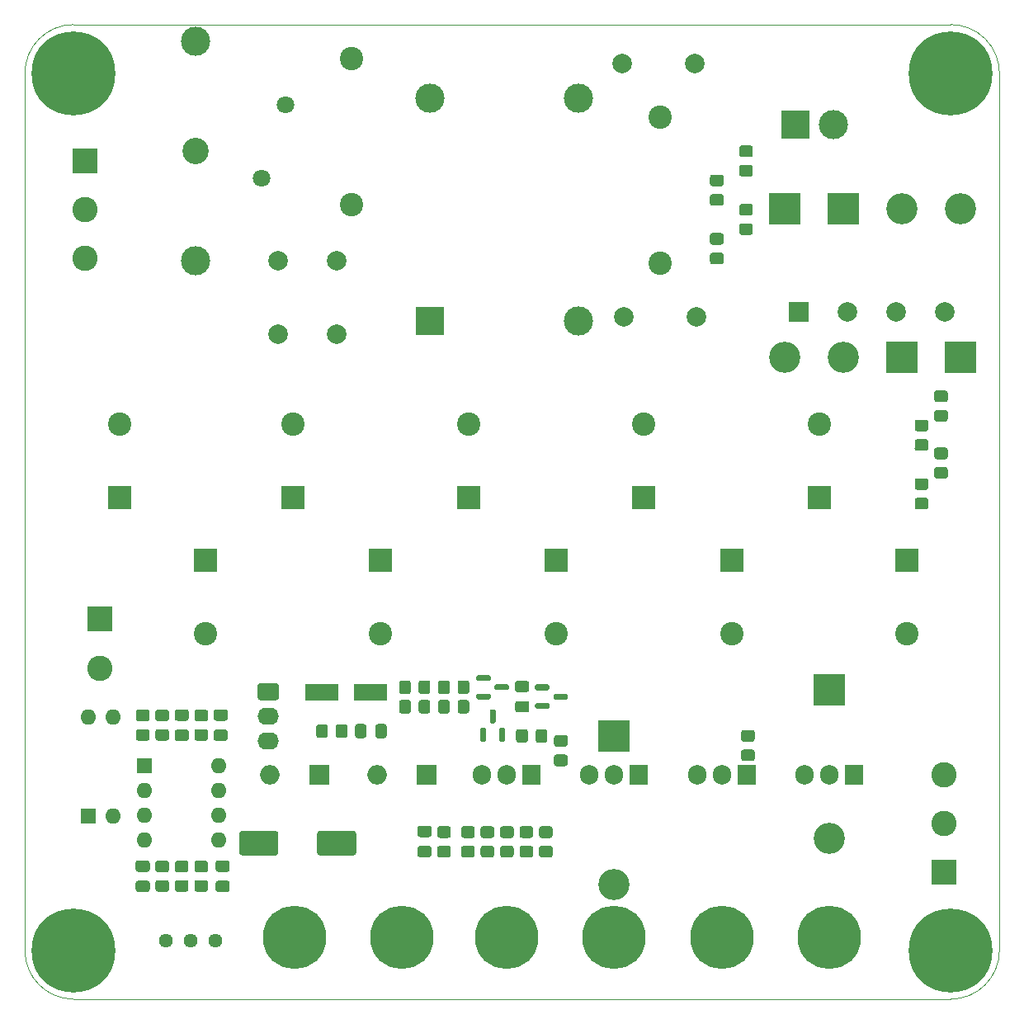
<source format=gbr>
G04 #@! TF.GenerationSoftware,KiCad,Pcbnew,6.0.10+dfsg-1~bpo11+1*
G04 #@! TF.ProjectId,project,70726f6a-6563-4742-9e6b-696361645f70,1.0.p1*
G04 #@! TF.SameCoordinates,Original*
G04 #@! TF.FileFunction,Soldermask,Top*
G04 #@! TF.FilePolarity,Negative*
%FSLAX46Y46*%
G04 Gerber Fmt 4.6, Leading zero omitted, Abs format (unit mm)*
%MOMM*%
%LPD*%
G01*
G04 APERTURE LIST*
G04 #@! TA.AperFunction,Profile*
%ADD10C,0.100000*%
G04 #@! TD*
%ADD11R,2.400000X2.400000*%
%ADD12C,2.400000*%
%ADD13C,0.900000*%
%ADD14C,8.600000*%
%ADD15C,2.000000*%
%ADD16R,3.200000X3.200000*%
%ADD17O,3.200000X3.200000*%
%ADD18R,3.000000X3.000000*%
%ADD19C,3.000000*%
%ADD20R,2.600000X2.600000*%
%ADD21C,2.600000*%
%ADD22R,2.000000X2.000000*%
%ADD23C,2.700000*%
%ADD24R,1.600000X1.600000*%
%ADD25O,1.600000X1.600000*%
%ADD26C,1.440000*%
%ADD27O,2.190000X1.740000*%
%ADD28R,3.500000X1.800000*%
%ADD29C,1.800000*%
%ADD30C,6.500000*%
%ADD31R,1.905000X2.000000*%
%ADD32O,1.905000X2.000000*%
%ADD33O,2.000000X2.000000*%
G04 APERTURE END LIST*
D10*
X80000000Y-55000000D02*
X170000000Y-55000000D01*
X175000000Y-60000000D02*
X175000000Y-150000000D01*
X170000000Y-155000000D02*
G75*
G03*
X175000000Y-150000000I0J5000000D01*
G01*
X170000000Y-155000000D02*
X80000000Y-155000000D01*
X75000000Y-150000000D02*
G75*
G03*
X80000000Y-155000000I5000000J0D01*
G01*
X80000000Y-55000000D02*
G75*
G03*
X75000000Y-60000000I0J-5000000D01*
G01*
X175000000Y-60000000D02*
G75*
G03*
X170000000Y-55000000I-5000000J0D01*
G01*
X75000000Y-150000000D02*
X75000000Y-60000000D01*
D11*
X111512754Y-110000000D03*
D12*
X111512754Y-117500000D03*
G36*
G01*
X120010000Y-137265000D02*
X120910000Y-137265000D01*
G75*
G02*
X121160000Y-137515000I0J-250000D01*
G01*
X121160000Y-138215000D01*
G75*
G02*
X120910000Y-138465000I-250000J0D01*
G01*
X120010000Y-138465000D01*
G75*
G02*
X119760000Y-138215000I0J250000D01*
G01*
X119760000Y-137515000D01*
G75*
G02*
X120010000Y-137265000I250000J0D01*
G01*
G37*
G36*
G01*
X120010000Y-139265000D02*
X120910000Y-139265000D01*
G75*
G02*
X121160000Y-139515000I0J-250000D01*
G01*
X121160000Y-140215000D01*
G75*
G02*
X120910000Y-140465000I-250000J0D01*
G01*
X120010000Y-140465000D01*
G75*
G02*
X119760000Y-140215000I0J250000D01*
G01*
X119760000Y-139515000D01*
G75*
G02*
X120010000Y-139265000I250000J0D01*
G01*
G37*
G36*
G01*
X127350000Y-123162500D02*
X127350000Y-122862500D01*
G75*
G02*
X127500000Y-122712500I150000J0D01*
G01*
X128675000Y-122712500D01*
G75*
G02*
X128825000Y-122862500I0J-150000D01*
G01*
X128825000Y-123162500D01*
G75*
G02*
X128675000Y-123312500I-150000J0D01*
G01*
X127500000Y-123312500D01*
G75*
G02*
X127350000Y-123162500I0J150000D01*
G01*
G37*
G36*
G01*
X127350000Y-125062500D02*
X127350000Y-124762500D01*
G75*
G02*
X127500000Y-124612500I150000J0D01*
G01*
X128675000Y-124612500D01*
G75*
G02*
X128825000Y-124762500I0J-150000D01*
G01*
X128825000Y-125062500D01*
G75*
G02*
X128675000Y-125212500I-150000J0D01*
G01*
X127500000Y-125212500D01*
G75*
G02*
X127350000Y-125062500I0J150000D01*
G01*
G37*
G36*
G01*
X129225000Y-124112500D02*
X129225000Y-123812500D01*
G75*
G02*
X129375000Y-123662500I150000J0D01*
G01*
X130550000Y-123662500D01*
G75*
G02*
X130700000Y-123812500I0J-150000D01*
G01*
X130700000Y-124112500D01*
G75*
G02*
X130550000Y-124262500I-150000J0D01*
G01*
X129375000Y-124262500D01*
G75*
G02*
X129225000Y-124112500I0J150000D01*
G01*
G37*
D13*
X82280419Y-152280419D03*
X80000000Y-146775000D03*
D14*
X80000000Y-150000000D03*
D13*
X83225000Y-150000000D03*
X76775000Y-150000000D03*
X77719581Y-147719581D03*
X77719581Y-152280419D03*
X82280419Y-147719581D03*
X80000000Y-153225000D03*
G36*
G01*
X167450000Y-98750000D02*
X166550000Y-98750000D01*
G75*
G02*
X166300000Y-98500000I0J250000D01*
G01*
X166300000Y-97800000D01*
G75*
G02*
X166550000Y-97550000I250000J0D01*
G01*
X167450000Y-97550000D01*
G75*
G02*
X167700000Y-97800000I0J-250000D01*
G01*
X167700000Y-98500000D01*
G75*
G02*
X167450000Y-98750000I-250000J0D01*
G01*
G37*
G36*
G01*
X167450000Y-96750000D02*
X166550000Y-96750000D01*
G75*
G02*
X166300000Y-96500000I0J250000D01*
G01*
X166300000Y-95800000D01*
G75*
G02*
X166550000Y-95550000I250000J0D01*
G01*
X167450000Y-95550000D01*
G75*
G02*
X167700000Y-95800000I0J-250000D01*
G01*
X167700000Y-96500000D01*
G75*
G02*
X167450000Y-96750000I-250000J0D01*
G01*
G37*
G36*
G01*
X109000000Y-138000000D02*
X109000000Y-140000000D01*
G75*
G02*
X108750000Y-140250000I-250000J0D01*
G01*
X105250000Y-140250000D01*
G75*
G02*
X105000000Y-140000000I0J250000D01*
G01*
X105000000Y-138000000D01*
G75*
G02*
X105250000Y-137750000I250000J0D01*
G01*
X108750000Y-137750000D01*
G75*
G02*
X109000000Y-138000000I0J-250000D01*
G01*
G37*
G36*
G01*
X101000000Y-138000000D02*
X101000000Y-140000000D01*
G75*
G02*
X100750000Y-140250000I-250000J0D01*
G01*
X97250000Y-140250000D01*
G75*
G02*
X97000000Y-140000000I0J250000D01*
G01*
X97000000Y-138000000D01*
G75*
G02*
X97250000Y-137750000I250000J0D01*
G01*
X100750000Y-137750000D01*
G75*
G02*
X101000000Y-138000000I0J-250000D01*
G01*
G37*
D11*
X120512754Y-103500000D03*
D12*
X120512754Y-96000000D03*
D15*
X136250000Y-59000000D03*
X143750000Y-59000000D03*
G36*
G01*
X126010000Y-137265000D02*
X126910000Y-137265000D01*
G75*
G02*
X127160000Y-137515000I0J-250000D01*
G01*
X127160000Y-138215000D01*
G75*
G02*
X126910000Y-138465000I-250000J0D01*
G01*
X126010000Y-138465000D01*
G75*
G02*
X125760000Y-138215000I0J250000D01*
G01*
X125760000Y-137515000D01*
G75*
G02*
X126010000Y-137265000I250000J0D01*
G01*
G37*
G36*
G01*
X126010000Y-139265000D02*
X126910000Y-139265000D01*
G75*
G02*
X127160000Y-139515000I0J-250000D01*
G01*
X127160000Y-140215000D01*
G75*
G02*
X126910000Y-140465000I-250000J0D01*
G01*
X126010000Y-140465000D01*
G75*
G02*
X125760000Y-140215000I0J250000D01*
G01*
X125760000Y-139515000D01*
G75*
G02*
X126010000Y-139265000I250000J0D01*
G01*
G37*
G36*
G01*
X108100000Y-127050000D02*
X108100000Y-127950000D01*
G75*
G02*
X107850000Y-128200000I-250000J0D01*
G01*
X107150000Y-128200000D01*
G75*
G02*
X106900000Y-127950000I0J250000D01*
G01*
X106900000Y-127050000D01*
G75*
G02*
X107150000Y-126800000I250000J0D01*
G01*
X107850000Y-126800000D01*
G75*
G02*
X108100000Y-127050000I0J-250000D01*
G01*
G37*
G36*
G01*
X106100000Y-127050000D02*
X106100000Y-127950000D01*
G75*
G02*
X105850000Y-128200000I-250000J0D01*
G01*
X105150000Y-128200000D01*
G75*
G02*
X104900000Y-127950000I0J250000D01*
G01*
X104900000Y-127050000D01*
G75*
G02*
X105150000Y-126800000I250000J0D01*
G01*
X105850000Y-126800000D01*
G75*
G02*
X106100000Y-127050000I0J-250000D01*
G01*
G37*
D16*
X153000000Y-73868629D03*
D17*
X153000000Y-89108629D03*
G36*
G01*
X125400000Y-128450000D02*
X125400000Y-127550000D01*
G75*
G02*
X125650000Y-127300000I250000J0D01*
G01*
X126350000Y-127300000D01*
G75*
G02*
X126600000Y-127550000I0J-250000D01*
G01*
X126600000Y-128450000D01*
G75*
G02*
X126350000Y-128700000I-250000J0D01*
G01*
X125650000Y-128700000D01*
G75*
G02*
X125400000Y-128450000I0J250000D01*
G01*
G37*
G36*
G01*
X127400000Y-128450000D02*
X127400000Y-127550000D01*
G75*
G02*
X127650000Y-127300000I250000J0D01*
G01*
X128350000Y-127300000D01*
G75*
G02*
X128600000Y-127550000I0J-250000D01*
G01*
X128600000Y-128450000D01*
G75*
G02*
X128350000Y-128700000I-250000J0D01*
G01*
X127650000Y-128700000D01*
G75*
G02*
X127400000Y-128450000I0J250000D01*
G01*
G37*
G36*
G01*
X126500000Y-125587500D02*
X125550000Y-125587500D01*
G75*
G02*
X125300000Y-125337500I0J250000D01*
G01*
X125300000Y-124662500D01*
G75*
G02*
X125550000Y-124412500I250000J0D01*
G01*
X126500000Y-124412500D01*
G75*
G02*
X126750000Y-124662500I0J-250000D01*
G01*
X126750000Y-125337500D01*
G75*
G02*
X126500000Y-125587500I-250000J0D01*
G01*
G37*
G36*
G01*
X126500000Y-123512500D02*
X125550000Y-123512500D01*
G75*
G02*
X125300000Y-123262500I0J250000D01*
G01*
X125300000Y-122587500D01*
G75*
G02*
X125550000Y-122337500I250000J0D01*
G01*
X126500000Y-122337500D01*
G75*
G02*
X126750000Y-122587500I0J-250000D01*
G01*
X126750000Y-123262500D01*
G75*
G02*
X126500000Y-123512500I-250000J0D01*
G01*
G37*
G36*
G01*
X121325000Y-122200000D02*
X121325000Y-121900000D01*
G75*
G02*
X121475000Y-121750000I150000J0D01*
G01*
X122650000Y-121750000D01*
G75*
G02*
X122800000Y-121900000I0J-150000D01*
G01*
X122800000Y-122200000D01*
G75*
G02*
X122650000Y-122350000I-150000J0D01*
G01*
X121475000Y-122350000D01*
G75*
G02*
X121325000Y-122200000I0J150000D01*
G01*
G37*
G36*
G01*
X121325000Y-124100000D02*
X121325000Y-123800000D01*
G75*
G02*
X121475000Y-123650000I150000J0D01*
G01*
X122650000Y-123650000D01*
G75*
G02*
X122800000Y-123800000I0J-150000D01*
G01*
X122800000Y-124100000D01*
G75*
G02*
X122650000Y-124250000I-150000J0D01*
G01*
X121475000Y-124250000D01*
G75*
G02*
X121325000Y-124100000I0J150000D01*
G01*
G37*
G36*
G01*
X123200000Y-123150000D02*
X123200000Y-122850000D01*
G75*
G02*
X123350000Y-122700000I150000J0D01*
G01*
X124525000Y-122700000D01*
G75*
G02*
X124675000Y-122850000I0J-150000D01*
G01*
X124675000Y-123150000D01*
G75*
G02*
X124525000Y-123300000I-150000J0D01*
G01*
X123350000Y-123300000D01*
G75*
G02*
X123200000Y-123150000I0J150000D01*
G01*
G37*
D18*
X154092500Y-65250000D03*
D19*
X157972500Y-65250000D03*
D20*
X82695000Y-115955000D03*
D21*
X82695000Y-121035000D03*
D18*
X116581250Y-85430000D03*
D19*
X116581250Y-62570000D03*
X131821250Y-85430000D03*
X131821250Y-62570000D03*
D11*
X129512754Y-110000000D03*
D12*
X129512754Y-117500000D03*
D22*
X154392500Y-84488629D03*
D15*
X159392500Y-84488629D03*
X164392500Y-84488629D03*
X169392500Y-84488629D03*
G36*
G01*
X168550000Y-98400000D02*
X169450000Y-98400000D01*
G75*
G02*
X169700000Y-98650000I0J-250000D01*
G01*
X169700000Y-99350000D01*
G75*
G02*
X169450000Y-99600000I-250000J0D01*
G01*
X168550000Y-99600000D01*
G75*
G02*
X168300000Y-99350000I0J250000D01*
G01*
X168300000Y-98650000D01*
G75*
G02*
X168550000Y-98400000I250000J0D01*
G01*
G37*
G36*
G01*
X168550000Y-100400000D02*
X169450000Y-100400000D01*
G75*
G02*
X169700000Y-100650000I0J-250000D01*
G01*
X169700000Y-101350000D01*
G75*
G02*
X169450000Y-101600000I-250000J0D01*
G01*
X168550000Y-101600000D01*
G75*
G02*
X168300000Y-101350000I0J250000D01*
G01*
X168300000Y-100650000D01*
G75*
G02*
X168550000Y-100400000I250000J0D01*
G01*
G37*
D11*
X102512754Y-103500000D03*
D12*
X102512754Y-96000000D03*
G36*
G01*
X116475000Y-140452500D02*
X115525000Y-140452500D01*
G75*
G02*
X115275000Y-140202500I0J250000D01*
G01*
X115275000Y-139527500D01*
G75*
G02*
X115525000Y-139277500I250000J0D01*
G01*
X116475000Y-139277500D01*
G75*
G02*
X116725000Y-139527500I0J-250000D01*
G01*
X116725000Y-140202500D01*
G75*
G02*
X116475000Y-140452500I-250000J0D01*
G01*
G37*
G36*
G01*
X116475000Y-138377500D02*
X115525000Y-138377500D01*
G75*
G02*
X115275000Y-138127500I0J250000D01*
G01*
X115275000Y-137452500D01*
G75*
G02*
X115525000Y-137202500I250000J0D01*
G01*
X116475000Y-137202500D01*
G75*
G02*
X116725000Y-137452500I0J-250000D01*
G01*
X116725000Y-138127500D01*
G75*
G02*
X116475000Y-138377500I-250000J0D01*
G01*
G37*
D23*
X92501250Y-68000000D03*
D19*
X92501250Y-79250000D03*
X92501250Y-56750000D03*
G36*
G01*
X116600000Y-122550000D02*
X116600000Y-123450000D01*
G75*
G02*
X116350000Y-123700000I-250000J0D01*
G01*
X115650000Y-123700000D01*
G75*
G02*
X115400000Y-123450000I0J250000D01*
G01*
X115400000Y-122550000D01*
G75*
G02*
X115650000Y-122300000I250000J0D01*
G01*
X116350000Y-122300000D01*
G75*
G02*
X116600000Y-122550000I0J-250000D01*
G01*
G37*
G36*
G01*
X114600000Y-122550000D02*
X114600000Y-123450000D01*
G75*
G02*
X114350000Y-123700000I-250000J0D01*
G01*
X113650000Y-123700000D01*
G75*
G02*
X113400000Y-123450000I0J250000D01*
G01*
X113400000Y-122550000D01*
G75*
G02*
X113650000Y-122300000I250000J0D01*
G01*
X114350000Y-122300000D01*
G75*
G02*
X114600000Y-122550000I0J-250000D01*
G01*
G37*
D16*
X135460000Y-128015000D03*
D17*
X135460000Y-143255000D03*
G36*
G01*
X90615000Y-125265000D02*
X91565000Y-125265000D01*
G75*
G02*
X91815000Y-125515000I0J-250000D01*
G01*
X91815000Y-126190000D01*
G75*
G02*
X91565000Y-126440000I-250000J0D01*
G01*
X90615000Y-126440000D01*
G75*
G02*
X90365000Y-126190000I0J250000D01*
G01*
X90365000Y-125515000D01*
G75*
G02*
X90615000Y-125265000I250000J0D01*
G01*
G37*
G36*
G01*
X90615000Y-127340000D02*
X91565000Y-127340000D01*
G75*
G02*
X91815000Y-127590000I0J-250000D01*
G01*
X91815000Y-128265000D01*
G75*
G02*
X91565000Y-128515000I-250000J0D01*
G01*
X90615000Y-128515000D01*
G75*
G02*
X90365000Y-128265000I0J250000D01*
G01*
X90365000Y-127590000D01*
G75*
G02*
X90615000Y-127340000I250000J0D01*
G01*
G37*
G36*
G01*
X167450000Y-104750000D02*
X166550000Y-104750000D01*
G75*
G02*
X166300000Y-104500000I0J250000D01*
G01*
X166300000Y-103800000D01*
G75*
G02*
X166550000Y-103550000I250000J0D01*
G01*
X167450000Y-103550000D01*
G75*
G02*
X167700000Y-103800000I0J-250000D01*
G01*
X167700000Y-104500000D01*
G75*
G02*
X167450000Y-104750000I-250000J0D01*
G01*
G37*
G36*
G01*
X167450000Y-102750000D02*
X166550000Y-102750000D01*
G75*
G02*
X166300000Y-102500000I0J250000D01*
G01*
X166300000Y-101800000D01*
G75*
G02*
X166550000Y-101550000I250000J0D01*
G01*
X167450000Y-101550000D01*
G75*
G02*
X167700000Y-101800000I0J-250000D01*
G01*
X167700000Y-102500000D01*
G75*
G02*
X167450000Y-102750000I-250000J0D01*
G01*
G37*
G36*
G01*
X92640000Y-125290000D02*
X93540000Y-125290000D01*
G75*
G02*
X93790000Y-125540000I0J-250000D01*
G01*
X93790000Y-126240000D01*
G75*
G02*
X93540000Y-126490000I-250000J0D01*
G01*
X92640000Y-126490000D01*
G75*
G02*
X92390000Y-126240000I0J250000D01*
G01*
X92390000Y-125540000D01*
G75*
G02*
X92640000Y-125290000I250000J0D01*
G01*
G37*
G36*
G01*
X92640000Y-127290000D02*
X93540000Y-127290000D01*
G75*
G02*
X93790000Y-127540000I0J-250000D01*
G01*
X93790000Y-128240000D01*
G75*
G02*
X93540000Y-128490000I-250000J0D01*
G01*
X92640000Y-128490000D01*
G75*
G02*
X92390000Y-128240000I0J250000D01*
G01*
X92390000Y-127540000D01*
G75*
G02*
X92640000Y-127290000I250000J0D01*
G01*
G37*
D24*
X87290000Y-131090000D03*
D25*
X87290000Y-133630000D03*
X87290000Y-136170000D03*
X87290000Y-138710000D03*
X94910000Y-138710000D03*
X94910000Y-136170000D03*
X94910000Y-133630000D03*
X94910000Y-131090000D03*
G36*
G01*
X86615000Y-140765000D02*
X87565000Y-140765000D01*
G75*
G02*
X87815000Y-141015000I0J-250000D01*
G01*
X87815000Y-141690000D01*
G75*
G02*
X87565000Y-141940000I-250000J0D01*
G01*
X86615000Y-141940000D01*
G75*
G02*
X86365000Y-141690000I0J250000D01*
G01*
X86365000Y-141015000D01*
G75*
G02*
X86615000Y-140765000I250000J0D01*
G01*
G37*
G36*
G01*
X86615000Y-142840000D02*
X87565000Y-142840000D01*
G75*
G02*
X87815000Y-143090000I0J-250000D01*
G01*
X87815000Y-143765000D01*
G75*
G02*
X87565000Y-144015000I-250000J0D01*
G01*
X86615000Y-144015000D01*
G75*
G02*
X86365000Y-143765000I0J250000D01*
G01*
X86365000Y-143090000D01*
G75*
G02*
X86615000Y-142840000I250000J0D01*
G01*
G37*
D26*
X94540000Y-149000000D03*
X92000000Y-149000000D03*
X89460000Y-149000000D03*
D16*
X165000000Y-89108629D03*
D17*
X165000000Y-73868629D03*
D11*
X147512754Y-110000000D03*
D12*
X147512754Y-117500000D03*
D11*
X165512754Y-110000000D03*
D12*
X165512754Y-117500000D03*
G36*
G01*
X168550000Y-92550000D02*
X169450000Y-92550000D01*
G75*
G02*
X169700000Y-92800000I0J-250000D01*
G01*
X169700000Y-93500000D01*
G75*
G02*
X169450000Y-93750000I-250000J0D01*
G01*
X168550000Y-93750000D01*
G75*
G02*
X168300000Y-93500000I0J250000D01*
G01*
X168300000Y-92800000D01*
G75*
G02*
X168550000Y-92550000I250000J0D01*
G01*
G37*
G36*
G01*
X168550000Y-94550000D02*
X169450000Y-94550000D01*
G75*
G02*
X169700000Y-94800000I0J-250000D01*
G01*
X169700000Y-95500000D01*
G75*
G02*
X169450000Y-95750000I-250000J0D01*
G01*
X168550000Y-95750000D01*
G75*
G02*
X168300000Y-95500000I0J250000D01*
G01*
X168300000Y-94800000D01*
G75*
G02*
X168550000Y-94550000I250000J0D01*
G01*
G37*
G36*
G01*
X95565000Y-128515000D02*
X94615000Y-128515000D01*
G75*
G02*
X94365000Y-128265000I0J250000D01*
G01*
X94365000Y-127590000D01*
G75*
G02*
X94615000Y-127340000I250000J0D01*
G01*
X95565000Y-127340000D01*
G75*
G02*
X95815000Y-127590000I0J-250000D01*
G01*
X95815000Y-128265000D01*
G75*
G02*
X95565000Y-128515000I-250000J0D01*
G01*
G37*
G36*
G01*
X95565000Y-126440000D02*
X94615000Y-126440000D01*
G75*
G02*
X94365000Y-126190000I0J250000D01*
G01*
X94365000Y-125515000D01*
G75*
G02*
X94615000Y-125265000I250000J0D01*
G01*
X95565000Y-125265000D01*
G75*
G02*
X95815000Y-125515000I0J-250000D01*
G01*
X95815000Y-126190000D01*
G75*
G02*
X95565000Y-126440000I-250000J0D01*
G01*
G37*
G36*
G01*
X122200000Y-128612500D02*
X121900000Y-128612500D01*
G75*
G02*
X121750000Y-128462500I0J150000D01*
G01*
X121750000Y-127287500D01*
G75*
G02*
X121900000Y-127137500I150000J0D01*
G01*
X122200000Y-127137500D01*
G75*
G02*
X122350000Y-127287500I0J-150000D01*
G01*
X122350000Y-128462500D01*
G75*
G02*
X122200000Y-128612500I-150000J0D01*
G01*
G37*
G36*
G01*
X124100000Y-128612500D02*
X123800000Y-128612500D01*
G75*
G02*
X123650000Y-128462500I0J150000D01*
G01*
X123650000Y-127287500D01*
G75*
G02*
X123800000Y-127137500I150000J0D01*
G01*
X124100000Y-127137500D01*
G75*
G02*
X124250000Y-127287500I0J-150000D01*
G01*
X124250000Y-128462500D01*
G75*
G02*
X124100000Y-128612500I-150000J0D01*
G01*
G37*
G36*
G01*
X123150000Y-126737500D02*
X122850000Y-126737500D01*
G75*
G02*
X122700000Y-126587500I0J150000D01*
G01*
X122700000Y-125412500D01*
G75*
G02*
X122850000Y-125262500I150000J0D01*
G01*
X123150000Y-125262500D01*
G75*
G02*
X123300000Y-125412500I0J-150000D01*
G01*
X123300000Y-126587500D01*
G75*
G02*
X123150000Y-126737500I-150000J0D01*
G01*
G37*
G36*
G01*
X95765000Y-144015000D02*
X94815000Y-144015000D01*
G75*
G02*
X94565000Y-143765000I0J250000D01*
G01*
X94565000Y-143090000D01*
G75*
G02*
X94815000Y-142840000I250000J0D01*
G01*
X95765000Y-142840000D01*
G75*
G02*
X96015000Y-143090000I0J-250000D01*
G01*
X96015000Y-143765000D01*
G75*
G02*
X95765000Y-144015000I-250000J0D01*
G01*
G37*
G36*
G01*
X95765000Y-141940000D02*
X94815000Y-141940000D01*
G75*
G02*
X94565000Y-141690000I0J250000D01*
G01*
X94565000Y-141015000D01*
G75*
G02*
X94815000Y-140765000I250000J0D01*
G01*
X95765000Y-140765000D01*
G75*
G02*
X96015000Y-141015000I0J-250000D01*
G01*
X96015000Y-141690000D01*
G75*
G02*
X95765000Y-141940000I-250000J0D01*
G01*
G37*
G36*
G01*
X145550000Y-76400000D02*
X146450000Y-76400000D01*
G75*
G02*
X146700000Y-76650000I0J-250000D01*
G01*
X146700000Y-77350000D01*
G75*
G02*
X146450000Y-77600000I-250000J0D01*
G01*
X145550000Y-77600000D01*
G75*
G02*
X145300000Y-77350000I0J250000D01*
G01*
X145300000Y-76650000D01*
G75*
G02*
X145550000Y-76400000I250000J0D01*
G01*
G37*
G36*
G01*
X145550000Y-78400000D02*
X146450000Y-78400000D01*
G75*
G02*
X146700000Y-78650000I0J-250000D01*
G01*
X146700000Y-79350000D01*
G75*
G02*
X146450000Y-79600000I-250000J0D01*
G01*
X145550000Y-79600000D01*
G75*
G02*
X145300000Y-79350000I0J250000D01*
G01*
X145300000Y-78650000D01*
G75*
G02*
X145550000Y-78400000I250000J0D01*
G01*
G37*
G36*
G01*
X86640000Y-125290000D02*
X87540000Y-125290000D01*
G75*
G02*
X87790000Y-125540000I0J-250000D01*
G01*
X87790000Y-126240000D01*
G75*
G02*
X87540000Y-126490000I-250000J0D01*
G01*
X86640000Y-126490000D01*
G75*
G02*
X86390000Y-126240000I0J250000D01*
G01*
X86390000Y-125540000D01*
G75*
G02*
X86640000Y-125290000I250000J0D01*
G01*
G37*
G36*
G01*
X86640000Y-127290000D02*
X87540000Y-127290000D01*
G75*
G02*
X87790000Y-127540000I0J-250000D01*
G01*
X87790000Y-128240000D01*
G75*
G02*
X87540000Y-128490000I-250000J0D01*
G01*
X86640000Y-128490000D01*
G75*
G02*
X86390000Y-128240000I0J250000D01*
G01*
X86390000Y-127540000D01*
G75*
G02*
X86640000Y-127290000I250000J0D01*
G01*
G37*
G36*
G01*
X108875000Y-127975000D02*
X108875000Y-127025000D01*
G75*
G02*
X109125000Y-126775000I250000J0D01*
G01*
X109800000Y-126775000D01*
G75*
G02*
X110050000Y-127025000I0J-250000D01*
G01*
X110050000Y-127975000D01*
G75*
G02*
X109800000Y-128225000I-250000J0D01*
G01*
X109125000Y-128225000D01*
G75*
G02*
X108875000Y-127975000I0J250000D01*
G01*
G37*
G36*
G01*
X110950000Y-127975000D02*
X110950000Y-127025000D01*
G75*
G02*
X111200000Y-126775000I250000J0D01*
G01*
X111875000Y-126775000D01*
G75*
G02*
X112125000Y-127025000I0J-250000D01*
G01*
X112125000Y-127975000D01*
G75*
G02*
X111875000Y-128225000I-250000J0D01*
G01*
X111200000Y-128225000D01*
G75*
G02*
X110950000Y-127975000I0J250000D01*
G01*
G37*
G36*
G01*
X116600000Y-124550000D02*
X116600000Y-125450000D01*
G75*
G02*
X116350000Y-125700000I-250000J0D01*
G01*
X115650000Y-125700000D01*
G75*
G02*
X115400000Y-125450000I0J250000D01*
G01*
X115400000Y-124550000D01*
G75*
G02*
X115650000Y-124300000I250000J0D01*
G01*
X116350000Y-124300000D01*
G75*
G02*
X116600000Y-124550000I0J-250000D01*
G01*
G37*
G36*
G01*
X114600000Y-124550000D02*
X114600000Y-125450000D01*
G75*
G02*
X114350000Y-125700000I-250000J0D01*
G01*
X113650000Y-125700000D01*
G75*
G02*
X113400000Y-125450000I0J250000D01*
G01*
X113400000Y-124550000D01*
G75*
G02*
X113650000Y-124300000I250000J0D01*
G01*
X114350000Y-124300000D01*
G75*
G02*
X114600000Y-124550000I0J-250000D01*
G01*
G37*
G36*
G01*
X93540000Y-143990000D02*
X92640000Y-143990000D01*
G75*
G02*
X92390000Y-143740000I0J250000D01*
G01*
X92390000Y-143040000D01*
G75*
G02*
X92640000Y-142790000I250000J0D01*
G01*
X93540000Y-142790000D01*
G75*
G02*
X93790000Y-143040000I0J-250000D01*
G01*
X93790000Y-143740000D01*
G75*
G02*
X93540000Y-143990000I-250000J0D01*
G01*
G37*
G36*
G01*
X93540000Y-141990000D02*
X92640000Y-141990000D01*
G75*
G02*
X92390000Y-141740000I0J250000D01*
G01*
X92390000Y-141040000D01*
G75*
G02*
X92640000Y-140790000I250000J0D01*
G01*
X93540000Y-140790000D01*
G75*
G02*
X93790000Y-141040000I0J-250000D01*
G01*
X93790000Y-141740000D01*
G75*
G02*
X93540000Y-141990000I-250000J0D01*
G01*
G37*
G36*
G01*
X120600000Y-124550000D02*
X120600000Y-125450000D01*
G75*
G02*
X120350000Y-125700000I-250000J0D01*
G01*
X119650000Y-125700000D01*
G75*
G02*
X119400000Y-125450000I0J250000D01*
G01*
X119400000Y-124550000D01*
G75*
G02*
X119650000Y-124300000I250000J0D01*
G01*
X120350000Y-124300000D01*
G75*
G02*
X120600000Y-124550000I0J-250000D01*
G01*
G37*
G36*
G01*
X118600000Y-124550000D02*
X118600000Y-125450000D01*
G75*
G02*
X118350000Y-125700000I-250000J0D01*
G01*
X117650000Y-125700000D01*
G75*
G02*
X117400000Y-125450000I0J250000D01*
G01*
X117400000Y-124550000D01*
G75*
G02*
X117650000Y-124300000I250000J0D01*
G01*
X118350000Y-124300000D01*
G75*
G02*
X118600000Y-124550000I0J-250000D01*
G01*
G37*
G36*
G01*
X99135000Y-122590000D02*
X100825000Y-122590000D01*
G75*
G02*
X101075000Y-122840000I0J-250000D01*
G01*
X101075000Y-124080000D01*
G75*
G02*
X100825000Y-124330000I-250000J0D01*
G01*
X99135000Y-124330000D01*
G75*
G02*
X98885000Y-124080000I0J250000D01*
G01*
X98885000Y-122840000D01*
G75*
G02*
X99135000Y-122590000I250000J0D01*
G01*
G37*
D27*
X99980000Y-126000000D03*
X99980000Y-128540000D03*
G36*
G01*
X145550000Y-70400000D02*
X146450000Y-70400000D01*
G75*
G02*
X146700000Y-70650000I0J-250000D01*
G01*
X146700000Y-71350000D01*
G75*
G02*
X146450000Y-71600000I-250000J0D01*
G01*
X145550000Y-71600000D01*
G75*
G02*
X145300000Y-71350000I0J250000D01*
G01*
X145300000Y-70650000D01*
G75*
G02*
X145550000Y-70400000I250000J0D01*
G01*
G37*
G36*
G01*
X145550000Y-72400000D02*
X146450000Y-72400000D01*
G75*
G02*
X146700000Y-72650000I0J-250000D01*
G01*
X146700000Y-73350000D01*
G75*
G02*
X146450000Y-73600000I-250000J0D01*
G01*
X145550000Y-73600000D01*
G75*
G02*
X145300000Y-73350000I0J250000D01*
G01*
X145300000Y-72650000D01*
G75*
G02*
X145550000Y-72400000I250000J0D01*
G01*
G37*
D28*
X110500000Y-123500000D03*
X105500000Y-123500000D03*
G36*
G01*
X122010000Y-137265000D02*
X122910000Y-137265000D01*
G75*
G02*
X123160000Y-137515000I0J-250000D01*
G01*
X123160000Y-138215000D01*
G75*
G02*
X122910000Y-138465000I-250000J0D01*
G01*
X122010000Y-138465000D01*
G75*
G02*
X121760000Y-138215000I0J250000D01*
G01*
X121760000Y-137515000D01*
G75*
G02*
X122010000Y-137265000I250000J0D01*
G01*
G37*
G36*
G01*
X122010000Y-139265000D02*
X122910000Y-139265000D01*
G75*
G02*
X123160000Y-139515000I0J-250000D01*
G01*
X123160000Y-140215000D01*
G75*
G02*
X122910000Y-140465000I-250000J0D01*
G01*
X122010000Y-140465000D01*
G75*
G02*
X121760000Y-140215000I0J250000D01*
G01*
X121760000Y-139515000D01*
G75*
G02*
X122010000Y-139265000I250000J0D01*
G01*
G37*
D11*
X156512754Y-103500000D03*
D12*
X156512754Y-96000000D03*
G36*
G01*
X117550000Y-137265000D02*
X118450000Y-137265000D01*
G75*
G02*
X118700000Y-137515000I0J-250000D01*
G01*
X118700000Y-138215000D01*
G75*
G02*
X118450000Y-138465000I-250000J0D01*
G01*
X117550000Y-138465000D01*
G75*
G02*
X117300000Y-138215000I0J250000D01*
G01*
X117300000Y-137515000D01*
G75*
G02*
X117550000Y-137265000I250000J0D01*
G01*
G37*
G36*
G01*
X117550000Y-139265000D02*
X118450000Y-139265000D01*
G75*
G02*
X118700000Y-139515000I0J-250000D01*
G01*
X118700000Y-140215000D01*
G75*
G02*
X118450000Y-140465000I-250000J0D01*
G01*
X117550000Y-140465000D01*
G75*
G02*
X117300000Y-140215000I0J250000D01*
G01*
X117300000Y-139515000D01*
G75*
G02*
X117550000Y-139265000I250000J0D01*
G01*
G37*
G36*
G01*
X89540000Y-128490000D02*
X88640000Y-128490000D01*
G75*
G02*
X88390000Y-128240000I0J250000D01*
G01*
X88390000Y-127540000D01*
G75*
G02*
X88640000Y-127290000I250000J0D01*
G01*
X89540000Y-127290000D01*
G75*
G02*
X89790000Y-127540000I0J-250000D01*
G01*
X89790000Y-128240000D01*
G75*
G02*
X89540000Y-128490000I-250000J0D01*
G01*
G37*
G36*
G01*
X89540000Y-126490000D02*
X88640000Y-126490000D01*
G75*
G02*
X88390000Y-126240000I0J250000D01*
G01*
X88390000Y-125540000D01*
G75*
G02*
X88640000Y-125290000I250000J0D01*
G01*
X89540000Y-125290000D01*
G75*
G02*
X89790000Y-125540000I0J-250000D01*
G01*
X89790000Y-126240000D01*
G75*
G02*
X89540000Y-126490000I-250000J0D01*
G01*
G37*
G36*
G01*
X124010000Y-137265000D02*
X124910000Y-137265000D01*
G75*
G02*
X125160000Y-137515000I0J-250000D01*
G01*
X125160000Y-138215000D01*
G75*
G02*
X124910000Y-138465000I-250000J0D01*
G01*
X124010000Y-138465000D01*
G75*
G02*
X123760000Y-138215000I0J250000D01*
G01*
X123760000Y-137515000D01*
G75*
G02*
X124010000Y-137265000I250000J0D01*
G01*
G37*
G36*
G01*
X124010000Y-139265000D02*
X124910000Y-139265000D01*
G75*
G02*
X125160000Y-139515000I0J-250000D01*
G01*
X125160000Y-140215000D01*
G75*
G02*
X124910000Y-140465000I-250000J0D01*
G01*
X124010000Y-140465000D01*
G75*
G02*
X123760000Y-140215000I0J250000D01*
G01*
X123760000Y-139515000D01*
G75*
G02*
X124010000Y-139265000I250000J0D01*
G01*
G37*
D15*
X101000000Y-86750000D03*
X101000000Y-79250000D03*
X107000000Y-86750000D03*
X107000000Y-79250000D03*
D11*
X138512754Y-103500000D03*
D12*
X138512754Y-96000000D03*
X140196250Y-64500000D03*
X140196250Y-79500000D03*
G36*
G01*
X128010000Y-137265000D02*
X128910000Y-137265000D01*
G75*
G02*
X129160000Y-137515000I0J-250000D01*
G01*
X129160000Y-138215000D01*
G75*
G02*
X128910000Y-138465000I-250000J0D01*
G01*
X128010000Y-138465000D01*
G75*
G02*
X127760000Y-138215000I0J250000D01*
G01*
X127760000Y-137515000D01*
G75*
G02*
X128010000Y-137265000I250000J0D01*
G01*
G37*
G36*
G01*
X128010000Y-139265000D02*
X128910000Y-139265000D01*
G75*
G02*
X129160000Y-139515000I0J-250000D01*
G01*
X129160000Y-140215000D01*
G75*
G02*
X128910000Y-140465000I-250000J0D01*
G01*
X128010000Y-140465000D01*
G75*
G02*
X127760000Y-140215000I0J250000D01*
G01*
X127760000Y-139515000D01*
G75*
G02*
X128010000Y-139265000I250000J0D01*
G01*
G37*
D16*
X159000000Y-73868629D03*
D17*
X159000000Y-89108629D03*
D20*
X169305000Y-142000000D03*
D21*
X169305000Y-137000000D03*
X169305000Y-132000000D03*
D20*
X81196250Y-69000000D03*
D21*
X81196250Y-74000000D03*
X81196250Y-79000000D03*
D15*
X136446250Y-85000000D03*
X143946250Y-85000000D03*
D24*
X81515000Y-136190000D03*
D25*
X84055000Y-136190000D03*
X84055000Y-126030000D03*
X81515000Y-126030000D03*
D11*
X93512754Y-110000000D03*
D12*
X93512754Y-117500000D03*
D16*
X171000000Y-89108629D03*
D17*
X171000000Y-73868629D03*
D13*
X170000000Y-63225000D03*
X172280419Y-62280419D03*
X173225000Y-60000000D03*
X167719581Y-57719581D03*
D14*
X170000000Y-60000000D03*
D13*
X172280419Y-57719581D03*
X167719581Y-62280419D03*
X166775000Y-60000000D03*
X170000000Y-56775000D03*
D16*
X157500000Y-123260000D03*
D17*
X157500000Y-138500000D03*
G36*
G01*
X130450000Y-131100000D02*
X129550000Y-131100000D01*
G75*
G02*
X129300000Y-130850000I0J250000D01*
G01*
X129300000Y-130150000D01*
G75*
G02*
X129550000Y-129900000I250000J0D01*
G01*
X130450000Y-129900000D01*
G75*
G02*
X130700000Y-130150000I0J-250000D01*
G01*
X130700000Y-130850000D01*
G75*
G02*
X130450000Y-131100000I-250000J0D01*
G01*
G37*
G36*
G01*
X130450000Y-129100000D02*
X129550000Y-129100000D01*
G75*
G02*
X129300000Y-128850000I0J250000D01*
G01*
X129300000Y-128150000D01*
G75*
G02*
X129550000Y-127900000I250000J0D01*
G01*
X130450000Y-127900000D01*
G75*
G02*
X130700000Y-128150000I0J-250000D01*
G01*
X130700000Y-128850000D01*
G75*
G02*
X130450000Y-129100000I-250000J0D01*
G01*
G37*
D13*
X166775000Y-150000000D03*
X173225000Y-150000000D03*
X167719581Y-152280419D03*
D14*
X170000000Y-150000000D03*
D13*
X167719581Y-147719581D03*
X172280419Y-152280419D03*
X170000000Y-153225000D03*
X170000000Y-146775000D03*
X172280419Y-147719581D03*
G36*
G01*
X149640000Y-130585000D02*
X148740000Y-130585000D01*
G75*
G02*
X148490000Y-130335000I0J250000D01*
G01*
X148490000Y-129635000D01*
G75*
G02*
X148740000Y-129385000I250000J0D01*
G01*
X149640000Y-129385000D01*
G75*
G02*
X149890000Y-129635000I0J-250000D01*
G01*
X149890000Y-130335000D01*
G75*
G02*
X149640000Y-130585000I-250000J0D01*
G01*
G37*
G36*
G01*
X149640000Y-128585000D02*
X148740000Y-128585000D01*
G75*
G02*
X148490000Y-128335000I0J250000D01*
G01*
X148490000Y-127635000D01*
G75*
G02*
X148740000Y-127385000I250000J0D01*
G01*
X149640000Y-127385000D01*
G75*
G02*
X149890000Y-127635000I0J-250000D01*
G01*
X149890000Y-128335000D01*
G75*
G02*
X149640000Y-128585000I-250000J0D01*
G01*
G37*
D11*
X84756377Y-103500000D03*
D12*
X84756377Y-96000000D03*
G36*
G01*
X148550000Y-67400000D02*
X149450000Y-67400000D01*
G75*
G02*
X149700000Y-67650000I0J-250000D01*
G01*
X149700000Y-68350000D01*
G75*
G02*
X149450000Y-68600000I-250000J0D01*
G01*
X148550000Y-68600000D01*
G75*
G02*
X148300000Y-68350000I0J250000D01*
G01*
X148300000Y-67650000D01*
G75*
G02*
X148550000Y-67400000I250000J0D01*
G01*
G37*
G36*
G01*
X148550000Y-69400000D02*
X149450000Y-69400000D01*
G75*
G02*
X149700000Y-69650000I0J-250000D01*
G01*
X149700000Y-70350000D01*
G75*
G02*
X149450000Y-70600000I-250000J0D01*
G01*
X148550000Y-70600000D01*
G75*
G02*
X148300000Y-70350000I0J250000D01*
G01*
X148300000Y-69650000D01*
G75*
G02*
X148550000Y-69400000I250000J0D01*
G01*
G37*
G36*
G01*
X89540000Y-143990000D02*
X88640000Y-143990000D01*
G75*
G02*
X88390000Y-143740000I0J250000D01*
G01*
X88390000Y-143040000D01*
G75*
G02*
X88640000Y-142790000I250000J0D01*
G01*
X89540000Y-142790000D01*
G75*
G02*
X89790000Y-143040000I0J-250000D01*
G01*
X89790000Y-143740000D01*
G75*
G02*
X89540000Y-143990000I-250000J0D01*
G01*
G37*
G36*
G01*
X89540000Y-141990000D02*
X88640000Y-141990000D01*
G75*
G02*
X88390000Y-141740000I0J250000D01*
G01*
X88390000Y-141040000D01*
G75*
G02*
X88640000Y-140790000I250000J0D01*
G01*
X89540000Y-140790000D01*
G75*
G02*
X89790000Y-141040000I0J-250000D01*
G01*
X89790000Y-141740000D01*
G75*
G02*
X89540000Y-141990000I-250000J0D01*
G01*
G37*
D13*
X77719581Y-57719581D03*
D14*
X80000000Y-60000000D03*
D13*
X77719581Y-62280419D03*
X80000000Y-63225000D03*
X82280419Y-62280419D03*
X83225000Y-60000000D03*
X76775000Y-60000000D03*
X80000000Y-56775000D03*
X82280419Y-57719581D03*
G36*
G01*
X148550000Y-73400000D02*
X149450000Y-73400000D01*
G75*
G02*
X149700000Y-73650000I0J-250000D01*
G01*
X149700000Y-74350000D01*
G75*
G02*
X149450000Y-74600000I-250000J0D01*
G01*
X148550000Y-74600000D01*
G75*
G02*
X148300000Y-74350000I0J250000D01*
G01*
X148300000Y-73650000D01*
G75*
G02*
X148550000Y-73400000I250000J0D01*
G01*
G37*
G36*
G01*
X148550000Y-75400000D02*
X149450000Y-75400000D01*
G75*
G02*
X149700000Y-75650000I0J-250000D01*
G01*
X149700000Y-76350000D01*
G75*
G02*
X149450000Y-76600000I-250000J0D01*
G01*
X148550000Y-76600000D01*
G75*
G02*
X148300000Y-76350000I0J250000D01*
G01*
X148300000Y-75650000D01*
G75*
G02*
X148550000Y-75400000I250000J0D01*
G01*
G37*
G36*
G01*
X120600000Y-122550000D02*
X120600000Y-123450000D01*
G75*
G02*
X120350000Y-123700000I-250000J0D01*
G01*
X119650000Y-123700000D01*
G75*
G02*
X119400000Y-123450000I0J250000D01*
G01*
X119400000Y-122550000D01*
G75*
G02*
X119650000Y-122300000I250000J0D01*
G01*
X120350000Y-122300000D01*
G75*
G02*
X120600000Y-122550000I0J-250000D01*
G01*
G37*
G36*
G01*
X118600000Y-122550000D02*
X118600000Y-123450000D01*
G75*
G02*
X118350000Y-123700000I-250000J0D01*
G01*
X117650000Y-123700000D01*
G75*
G02*
X117400000Y-123450000I0J250000D01*
G01*
X117400000Y-122550000D01*
G75*
G02*
X117650000Y-122300000I250000J0D01*
G01*
X118350000Y-122300000D01*
G75*
G02*
X118600000Y-122550000I0J-250000D01*
G01*
G37*
G36*
G01*
X90640000Y-140790000D02*
X91540000Y-140790000D01*
G75*
G02*
X91790000Y-141040000I0J-250000D01*
G01*
X91790000Y-141740000D01*
G75*
G02*
X91540000Y-141990000I-250000J0D01*
G01*
X90640000Y-141990000D01*
G75*
G02*
X90390000Y-141740000I0J250000D01*
G01*
X90390000Y-141040000D01*
G75*
G02*
X90640000Y-140790000I250000J0D01*
G01*
G37*
G36*
G01*
X90640000Y-142790000D02*
X91540000Y-142790000D01*
G75*
G02*
X91790000Y-143040000I0J-250000D01*
G01*
X91790000Y-143740000D01*
G75*
G02*
X91540000Y-143990000I-250000J0D01*
G01*
X90640000Y-143990000D01*
G75*
G02*
X90390000Y-143740000I0J250000D01*
G01*
X90390000Y-143040000D01*
G75*
G02*
X90640000Y-142790000I250000J0D01*
G01*
G37*
D29*
X101701250Y-63250000D03*
X99301250Y-70750000D03*
D12*
X108501250Y-58500000D03*
X108501250Y-73500000D03*
D30*
X135460000Y-148675000D03*
D31*
X138000000Y-132015000D03*
D32*
X135460000Y-132015000D03*
X132920000Y-132015000D03*
D30*
X157540000Y-148660000D03*
D31*
X160080000Y-132000000D03*
D32*
X157540000Y-132000000D03*
X155000000Y-132000000D03*
D30*
X102650000Y-148645000D03*
D22*
X105190000Y-131985000D03*
D33*
X100110000Y-131985000D03*
D30*
X124460000Y-148675000D03*
D31*
X127000000Y-132015000D03*
D32*
X124460000Y-132015000D03*
X121920000Y-132015000D03*
D30*
X146540000Y-148660000D03*
D31*
X149080000Y-132000000D03*
D32*
X146540000Y-132000000D03*
X144000000Y-132000000D03*
D30*
X113650000Y-148645000D03*
D22*
X116190000Y-131985000D03*
D33*
X111110000Y-131985000D03*
M02*

</source>
